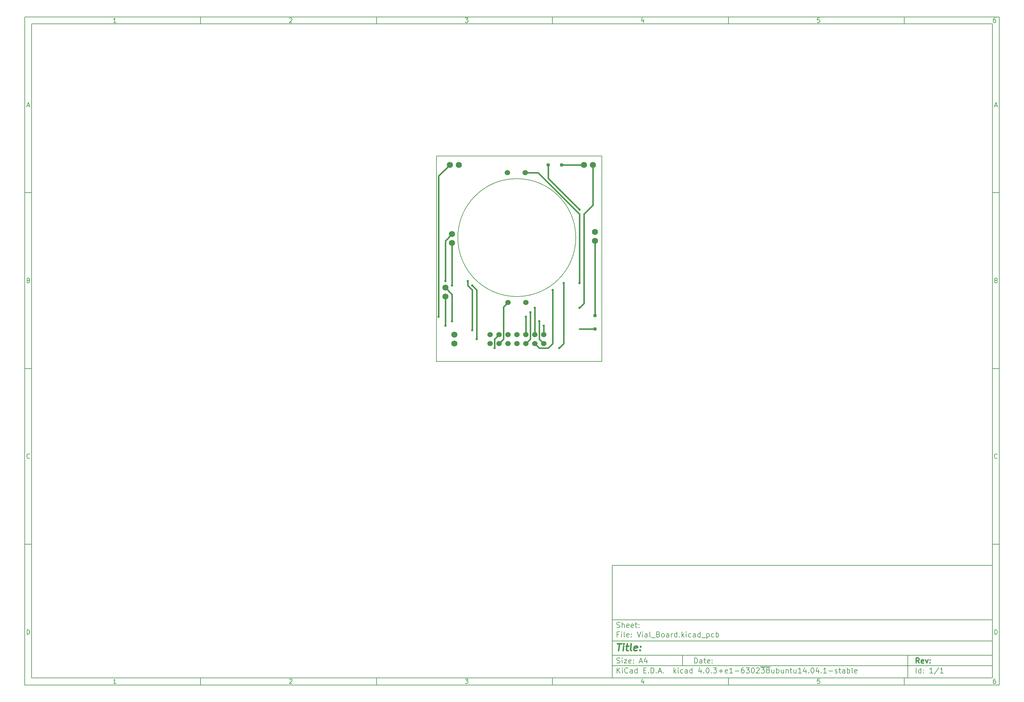
<source format=gbr>
G04 #@! TF.FileFunction,Copper,L1,Top,Signal*
%FSLAX46Y46*%
G04 Gerber Fmt 4.6, Leading zero omitted, Abs format (unit mm)*
G04 Created by KiCad (PCBNEW 4.0.3+e1-6302~38~ubuntu14.04.1-stable) date Fri Aug 19 15:50:11 2016*
%MOMM*%
%LPD*%
G01*
G04 APERTURE LIST*
%ADD10C,0.100000*%
%ADD11C,0.150000*%
%ADD12C,0.300000*%
%ADD13C,0.400000*%
%ADD14C,1.750000*%
%ADD15C,1.524000*%
%ADD16C,1.016000*%
%ADD17C,0.635000*%
%ADD18C,0.381000*%
%ADD19C,0.381000*%
G04 APERTURE END LIST*
D10*
D11*
X177002200Y-166007200D02*
X177002200Y-198007200D01*
X285002200Y-198007200D01*
X285002200Y-166007200D01*
X177002200Y-166007200D01*
D10*
D11*
X10000000Y-10000000D02*
X10000000Y-200007200D01*
X287002200Y-200007200D01*
X287002200Y-10000000D01*
X10000000Y-10000000D01*
D10*
D11*
X12000000Y-12000000D02*
X12000000Y-198007200D01*
X285002200Y-198007200D01*
X285002200Y-12000000D01*
X12000000Y-12000000D01*
D10*
D11*
X60000000Y-12000000D02*
X60000000Y-10000000D01*
D10*
D11*
X110000000Y-12000000D02*
X110000000Y-10000000D01*
D10*
D11*
X160000000Y-12000000D02*
X160000000Y-10000000D01*
D10*
D11*
X210000000Y-12000000D02*
X210000000Y-10000000D01*
D10*
D11*
X260000000Y-12000000D02*
X260000000Y-10000000D01*
D10*
D11*
X35990476Y-11588095D02*
X35247619Y-11588095D01*
X35619048Y-11588095D02*
X35619048Y-10288095D01*
X35495238Y-10473810D01*
X35371429Y-10597619D01*
X35247619Y-10659524D01*
D10*
D11*
X85247619Y-10411905D02*
X85309524Y-10350000D01*
X85433333Y-10288095D01*
X85742857Y-10288095D01*
X85866667Y-10350000D01*
X85928571Y-10411905D01*
X85990476Y-10535714D01*
X85990476Y-10659524D01*
X85928571Y-10845238D01*
X85185714Y-11588095D01*
X85990476Y-11588095D01*
D10*
D11*
X135185714Y-10288095D02*
X135990476Y-10288095D01*
X135557143Y-10783333D01*
X135742857Y-10783333D01*
X135866667Y-10845238D01*
X135928571Y-10907143D01*
X135990476Y-11030952D01*
X135990476Y-11340476D01*
X135928571Y-11464286D01*
X135866667Y-11526190D01*
X135742857Y-11588095D01*
X135371429Y-11588095D01*
X135247619Y-11526190D01*
X135185714Y-11464286D01*
D10*
D11*
X185866667Y-10721429D02*
X185866667Y-11588095D01*
X185557143Y-10226190D02*
X185247619Y-11154762D01*
X186052381Y-11154762D01*
D10*
D11*
X235928571Y-10288095D02*
X235309524Y-10288095D01*
X235247619Y-10907143D01*
X235309524Y-10845238D01*
X235433333Y-10783333D01*
X235742857Y-10783333D01*
X235866667Y-10845238D01*
X235928571Y-10907143D01*
X235990476Y-11030952D01*
X235990476Y-11340476D01*
X235928571Y-11464286D01*
X235866667Y-11526190D01*
X235742857Y-11588095D01*
X235433333Y-11588095D01*
X235309524Y-11526190D01*
X235247619Y-11464286D01*
D10*
D11*
X285866667Y-10288095D02*
X285619048Y-10288095D01*
X285495238Y-10350000D01*
X285433333Y-10411905D01*
X285309524Y-10597619D01*
X285247619Y-10845238D01*
X285247619Y-11340476D01*
X285309524Y-11464286D01*
X285371429Y-11526190D01*
X285495238Y-11588095D01*
X285742857Y-11588095D01*
X285866667Y-11526190D01*
X285928571Y-11464286D01*
X285990476Y-11340476D01*
X285990476Y-11030952D01*
X285928571Y-10907143D01*
X285866667Y-10845238D01*
X285742857Y-10783333D01*
X285495238Y-10783333D01*
X285371429Y-10845238D01*
X285309524Y-10907143D01*
X285247619Y-11030952D01*
D10*
D11*
X60000000Y-198007200D02*
X60000000Y-200007200D01*
D10*
D11*
X110000000Y-198007200D02*
X110000000Y-200007200D01*
D10*
D11*
X160000000Y-198007200D02*
X160000000Y-200007200D01*
D10*
D11*
X210000000Y-198007200D02*
X210000000Y-200007200D01*
D10*
D11*
X260000000Y-198007200D02*
X260000000Y-200007200D01*
D10*
D11*
X35990476Y-199595295D02*
X35247619Y-199595295D01*
X35619048Y-199595295D02*
X35619048Y-198295295D01*
X35495238Y-198481010D01*
X35371429Y-198604819D01*
X35247619Y-198666724D01*
D10*
D11*
X85247619Y-198419105D02*
X85309524Y-198357200D01*
X85433333Y-198295295D01*
X85742857Y-198295295D01*
X85866667Y-198357200D01*
X85928571Y-198419105D01*
X85990476Y-198542914D01*
X85990476Y-198666724D01*
X85928571Y-198852438D01*
X85185714Y-199595295D01*
X85990476Y-199595295D01*
D10*
D11*
X135185714Y-198295295D02*
X135990476Y-198295295D01*
X135557143Y-198790533D01*
X135742857Y-198790533D01*
X135866667Y-198852438D01*
X135928571Y-198914343D01*
X135990476Y-199038152D01*
X135990476Y-199347676D01*
X135928571Y-199471486D01*
X135866667Y-199533390D01*
X135742857Y-199595295D01*
X135371429Y-199595295D01*
X135247619Y-199533390D01*
X135185714Y-199471486D01*
D10*
D11*
X185866667Y-198728629D02*
X185866667Y-199595295D01*
X185557143Y-198233390D02*
X185247619Y-199161962D01*
X186052381Y-199161962D01*
D10*
D11*
X235928571Y-198295295D02*
X235309524Y-198295295D01*
X235247619Y-198914343D01*
X235309524Y-198852438D01*
X235433333Y-198790533D01*
X235742857Y-198790533D01*
X235866667Y-198852438D01*
X235928571Y-198914343D01*
X235990476Y-199038152D01*
X235990476Y-199347676D01*
X235928571Y-199471486D01*
X235866667Y-199533390D01*
X235742857Y-199595295D01*
X235433333Y-199595295D01*
X235309524Y-199533390D01*
X235247619Y-199471486D01*
D10*
D11*
X285866667Y-198295295D02*
X285619048Y-198295295D01*
X285495238Y-198357200D01*
X285433333Y-198419105D01*
X285309524Y-198604819D01*
X285247619Y-198852438D01*
X285247619Y-199347676D01*
X285309524Y-199471486D01*
X285371429Y-199533390D01*
X285495238Y-199595295D01*
X285742857Y-199595295D01*
X285866667Y-199533390D01*
X285928571Y-199471486D01*
X285990476Y-199347676D01*
X285990476Y-199038152D01*
X285928571Y-198914343D01*
X285866667Y-198852438D01*
X285742857Y-198790533D01*
X285495238Y-198790533D01*
X285371429Y-198852438D01*
X285309524Y-198914343D01*
X285247619Y-199038152D01*
D10*
D11*
X10000000Y-60000000D02*
X12000000Y-60000000D01*
D10*
D11*
X10000000Y-110000000D02*
X12000000Y-110000000D01*
D10*
D11*
X10000000Y-160000000D02*
X12000000Y-160000000D01*
D10*
D11*
X10690476Y-35216667D02*
X11309524Y-35216667D01*
X10566667Y-35588095D02*
X11000000Y-34288095D01*
X11433333Y-35588095D01*
D10*
D11*
X11092857Y-84907143D02*
X11278571Y-84969048D01*
X11340476Y-85030952D01*
X11402381Y-85154762D01*
X11402381Y-85340476D01*
X11340476Y-85464286D01*
X11278571Y-85526190D01*
X11154762Y-85588095D01*
X10659524Y-85588095D01*
X10659524Y-84288095D01*
X11092857Y-84288095D01*
X11216667Y-84350000D01*
X11278571Y-84411905D01*
X11340476Y-84535714D01*
X11340476Y-84659524D01*
X11278571Y-84783333D01*
X11216667Y-84845238D01*
X11092857Y-84907143D01*
X10659524Y-84907143D01*
D10*
D11*
X11402381Y-135464286D02*
X11340476Y-135526190D01*
X11154762Y-135588095D01*
X11030952Y-135588095D01*
X10845238Y-135526190D01*
X10721429Y-135402381D01*
X10659524Y-135278571D01*
X10597619Y-135030952D01*
X10597619Y-134845238D01*
X10659524Y-134597619D01*
X10721429Y-134473810D01*
X10845238Y-134350000D01*
X11030952Y-134288095D01*
X11154762Y-134288095D01*
X11340476Y-134350000D01*
X11402381Y-134411905D01*
D10*
D11*
X10659524Y-185588095D02*
X10659524Y-184288095D01*
X10969048Y-184288095D01*
X11154762Y-184350000D01*
X11278571Y-184473810D01*
X11340476Y-184597619D01*
X11402381Y-184845238D01*
X11402381Y-185030952D01*
X11340476Y-185278571D01*
X11278571Y-185402381D01*
X11154762Y-185526190D01*
X10969048Y-185588095D01*
X10659524Y-185588095D01*
D10*
D11*
X287002200Y-60000000D02*
X285002200Y-60000000D01*
D10*
D11*
X287002200Y-110000000D02*
X285002200Y-110000000D01*
D10*
D11*
X287002200Y-160000000D02*
X285002200Y-160000000D01*
D10*
D11*
X285692676Y-35216667D02*
X286311724Y-35216667D01*
X285568867Y-35588095D02*
X286002200Y-34288095D01*
X286435533Y-35588095D01*
D10*
D11*
X286095057Y-84907143D02*
X286280771Y-84969048D01*
X286342676Y-85030952D01*
X286404581Y-85154762D01*
X286404581Y-85340476D01*
X286342676Y-85464286D01*
X286280771Y-85526190D01*
X286156962Y-85588095D01*
X285661724Y-85588095D01*
X285661724Y-84288095D01*
X286095057Y-84288095D01*
X286218867Y-84350000D01*
X286280771Y-84411905D01*
X286342676Y-84535714D01*
X286342676Y-84659524D01*
X286280771Y-84783333D01*
X286218867Y-84845238D01*
X286095057Y-84907143D01*
X285661724Y-84907143D01*
D10*
D11*
X286404581Y-135464286D02*
X286342676Y-135526190D01*
X286156962Y-135588095D01*
X286033152Y-135588095D01*
X285847438Y-135526190D01*
X285723629Y-135402381D01*
X285661724Y-135278571D01*
X285599819Y-135030952D01*
X285599819Y-134845238D01*
X285661724Y-134597619D01*
X285723629Y-134473810D01*
X285847438Y-134350000D01*
X286033152Y-134288095D01*
X286156962Y-134288095D01*
X286342676Y-134350000D01*
X286404581Y-134411905D01*
D10*
D11*
X285661724Y-185588095D02*
X285661724Y-184288095D01*
X285971248Y-184288095D01*
X286156962Y-184350000D01*
X286280771Y-184473810D01*
X286342676Y-184597619D01*
X286404581Y-184845238D01*
X286404581Y-185030952D01*
X286342676Y-185278571D01*
X286280771Y-185402381D01*
X286156962Y-185526190D01*
X285971248Y-185588095D01*
X285661724Y-185588095D01*
D10*
D11*
X200359343Y-193785771D02*
X200359343Y-192285771D01*
X200716486Y-192285771D01*
X200930771Y-192357200D01*
X201073629Y-192500057D01*
X201145057Y-192642914D01*
X201216486Y-192928629D01*
X201216486Y-193142914D01*
X201145057Y-193428629D01*
X201073629Y-193571486D01*
X200930771Y-193714343D01*
X200716486Y-193785771D01*
X200359343Y-193785771D01*
X202502200Y-193785771D02*
X202502200Y-193000057D01*
X202430771Y-192857200D01*
X202287914Y-192785771D01*
X202002200Y-192785771D01*
X201859343Y-192857200D01*
X202502200Y-193714343D02*
X202359343Y-193785771D01*
X202002200Y-193785771D01*
X201859343Y-193714343D01*
X201787914Y-193571486D01*
X201787914Y-193428629D01*
X201859343Y-193285771D01*
X202002200Y-193214343D01*
X202359343Y-193214343D01*
X202502200Y-193142914D01*
X203002200Y-192785771D02*
X203573629Y-192785771D01*
X203216486Y-192285771D02*
X203216486Y-193571486D01*
X203287914Y-193714343D01*
X203430772Y-193785771D01*
X203573629Y-193785771D01*
X204645057Y-193714343D02*
X204502200Y-193785771D01*
X204216486Y-193785771D01*
X204073629Y-193714343D01*
X204002200Y-193571486D01*
X204002200Y-193000057D01*
X204073629Y-192857200D01*
X204216486Y-192785771D01*
X204502200Y-192785771D01*
X204645057Y-192857200D01*
X204716486Y-193000057D01*
X204716486Y-193142914D01*
X204002200Y-193285771D01*
X205359343Y-193642914D02*
X205430771Y-193714343D01*
X205359343Y-193785771D01*
X205287914Y-193714343D01*
X205359343Y-193642914D01*
X205359343Y-193785771D01*
X205359343Y-192857200D02*
X205430771Y-192928629D01*
X205359343Y-193000057D01*
X205287914Y-192928629D01*
X205359343Y-192857200D01*
X205359343Y-193000057D01*
D10*
D11*
X177002200Y-194507200D02*
X285002200Y-194507200D01*
D10*
D11*
X178359343Y-196585771D02*
X178359343Y-195085771D01*
X179216486Y-196585771D02*
X178573629Y-195728629D01*
X179216486Y-195085771D02*
X178359343Y-195942914D01*
X179859343Y-196585771D02*
X179859343Y-195585771D01*
X179859343Y-195085771D02*
X179787914Y-195157200D01*
X179859343Y-195228629D01*
X179930771Y-195157200D01*
X179859343Y-195085771D01*
X179859343Y-195228629D01*
X181430772Y-196442914D02*
X181359343Y-196514343D01*
X181145057Y-196585771D01*
X181002200Y-196585771D01*
X180787915Y-196514343D01*
X180645057Y-196371486D01*
X180573629Y-196228629D01*
X180502200Y-195942914D01*
X180502200Y-195728629D01*
X180573629Y-195442914D01*
X180645057Y-195300057D01*
X180787915Y-195157200D01*
X181002200Y-195085771D01*
X181145057Y-195085771D01*
X181359343Y-195157200D01*
X181430772Y-195228629D01*
X182716486Y-196585771D02*
X182716486Y-195800057D01*
X182645057Y-195657200D01*
X182502200Y-195585771D01*
X182216486Y-195585771D01*
X182073629Y-195657200D01*
X182716486Y-196514343D02*
X182573629Y-196585771D01*
X182216486Y-196585771D01*
X182073629Y-196514343D01*
X182002200Y-196371486D01*
X182002200Y-196228629D01*
X182073629Y-196085771D01*
X182216486Y-196014343D01*
X182573629Y-196014343D01*
X182716486Y-195942914D01*
X184073629Y-196585771D02*
X184073629Y-195085771D01*
X184073629Y-196514343D02*
X183930772Y-196585771D01*
X183645058Y-196585771D01*
X183502200Y-196514343D01*
X183430772Y-196442914D01*
X183359343Y-196300057D01*
X183359343Y-195871486D01*
X183430772Y-195728629D01*
X183502200Y-195657200D01*
X183645058Y-195585771D01*
X183930772Y-195585771D01*
X184073629Y-195657200D01*
X185930772Y-195800057D02*
X186430772Y-195800057D01*
X186645058Y-196585771D02*
X185930772Y-196585771D01*
X185930772Y-195085771D01*
X186645058Y-195085771D01*
X187287915Y-196442914D02*
X187359343Y-196514343D01*
X187287915Y-196585771D01*
X187216486Y-196514343D01*
X187287915Y-196442914D01*
X187287915Y-196585771D01*
X188002201Y-196585771D02*
X188002201Y-195085771D01*
X188359344Y-195085771D01*
X188573629Y-195157200D01*
X188716487Y-195300057D01*
X188787915Y-195442914D01*
X188859344Y-195728629D01*
X188859344Y-195942914D01*
X188787915Y-196228629D01*
X188716487Y-196371486D01*
X188573629Y-196514343D01*
X188359344Y-196585771D01*
X188002201Y-196585771D01*
X189502201Y-196442914D02*
X189573629Y-196514343D01*
X189502201Y-196585771D01*
X189430772Y-196514343D01*
X189502201Y-196442914D01*
X189502201Y-196585771D01*
X190145058Y-196157200D02*
X190859344Y-196157200D01*
X190002201Y-196585771D02*
X190502201Y-195085771D01*
X191002201Y-196585771D01*
X191502201Y-196442914D02*
X191573629Y-196514343D01*
X191502201Y-196585771D01*
X191430772Y-196514343D01*
X191502201Y-196442914D01*
X191502201Y-196585771D01*
X194502201Y-196585771D02*
X194502201Y-195085771D01*
X194645058Y-196014343D02*
X195073629Y-196585771D01*
X195073629Y-195585771D02*
X194502201Y-196157200D01*
X195716487Y-196585771D02*
X195716487Y-195585771D01*
X195716487Y-195085771D02*
X195645058Y-195157200D01*
X195716487Y-195228629D01*
X195787915Y-195157200D01*
X195716487Y-195085771D01*
X195716487Y-195228629D01*
X197073630Y-196514343D02*
X196930773Y-196585771D01*
X196645059Y-196585771D01*
X196502201Y-196514343D01*
X196430773Y-196442914D01*
X196359344Y-196300057D01*
X196359344Y-195871486D01*
X196430773Y-195728629D01*
X196502201Y-195657200D01*
X196645059Y-195585771D01*
X196930773Y-195585771D01*
X197073630Y-195657200D01*
X198359344Y-196585771D02*
X198359344Y-195800057D01*
X198287915Y-195657200D01*
X198145058Y-195585771D01*
X197859344Y-195585771D01*
X197716487Y-195657200D01*
X198359344Y-196514343D02*
X198216487Y-196585771D01*
X197859344Y-196585771D01*
X197716487Y-196514343D01*
X197645058Y-196371486D01*
X197645058Y-196228629D01*
X197716487Y-196085771D01*
X197859344Y-196014343D01*
X198216487Y-196014343D01*
X198359344Y-195942914D01*
X199716487Y-196585771D02*
X199716487Y-195085771D01*
X199716487Y-196514343D02*
X199573630Y-196585771D01*
X199287916Y-196585771D01*
X199145058Y-196514343D01*
X199073630Y-196442914D01*
X199002201Y-196300057D01*
X199002201Y-195871486D01*
X199073630Y-195728629D01*
X199145058Y-195657200D01*
X199287916Y-195585771D01*
X199573630Y-195585771D01*
X199716487Y-195657200D01*
X202216487Y-195585771D02*
X202216487Y-196585771D01*
X201859344Y-195014343D02*
X201502201Y-196085771D01*
X202430773Y-196085771D01*
X203002201Y-196442914D02*
X203073629Y-196514343D01*
X203002201Y-196585771D01*
X202930772Y-196514343D01*
X203002201Y-196442914D01*
X203002201Y-196585771D01*
X204002201Y-195085771D02*
X204145058Y-195085771D01*
X204287915Y-195157200D01*
X204359344Y-195228629D01*
X204430773Y-195371486D01*
X204502201Y-195657200D01*
X204502201Y-196014343D01*
X204430773Y-196300057D01*
X204359344Y-196442914D01*
X204287915Y-196514343D01*
X204145058Y-196585771D01*
X204002201Y-196585771D01*
X203859344Y-196514343D01*
X203787915Y-196442914D01*
X203716487Y-196300057D01*
X203645058Y-196014343D01*
X203645058Y-195657200D01*
X203716487Y-195371486D01*
X203787915Y-195228629D01*
X203859344Y-195157200D01*
X204002201Y-195085771D01*
X205145058Y-196442914D02*
X205216486Y-196514343D01*
X205145058Y-196585771D01*
X205073629Y-196514343D01*
X205145058Y-196442914D01*
X205145058Y-196585771D01*
X205716487Y-195085771D02*
X206645058Y-195085771D01*
X206145058Y-195657200D01*
X206359344Y-195657200D01*
X206502201Y-195728629D01*
X206573630Y-195800057D01*
X206645058Y-195942914D01*
X206645058Y-196300057D01*
X206573630Y-196442914D01*
X206502201Y-196514343D01*
X206359344Y-196585771D01*
X205930772Y-196585771D01*
X205787915Y-196514343D01*
X205716487Y-196442914D01*
X207287915Y-196014343D02*
X208430772Y-196014343D01*
X207859343Y-196585771D02*
X207859343Y-195442914D01*
X209716486Y-196514343D02*
X209573629Y-196585771D01*
X209287915Y-196585771D01*
X209145058Y-196514343D01*
X209073629Y-196371486D01*
X209073629Y-195800057D01*
X209145058Y-195657200D01*
X209287915Y-195585771D01*
X209573629Y-195585771D01*
X209716486Y-195657200D01*
X209787915Y-195800057D01*
X209787915Y-195942914D01*
X209073629Y-196085771D01*
X211216486Y-196585771D02*
X210359343Y-196585771D01*
X210787915Y-196585771D02*
X210787915Y-195085771D01*
X210645058Y-195300057D01*
X210502200Y-195442914D01*
X210359343Y-195514343D01*
X211859343Y-196014343D02*
X213002200Y-196014343D01*
X214359343Y-195085771D02*
X214073629Y-195085771D01*
X213930772Y-195157200D01*
X213859343Y-195228629D01*
X213716486Y-195442914D01*
X213645057Y-195728629D01*
X213645057Y-196300057D01*
X213716486Y-196442914D01*
X213787914Y-196514343D01*
X213930772Y-196585771D01*
X214216486Y-196585771D01*
X214359343Y-196514343D01*
X214430772Y-196442914D01*
X214502200Y-196300057D01*
X214502200Y-195942914D01*
X214430772Y-195800057D01*
X214359343Y-195728629D01*
X214216486Y-195657200D01*
X213930772Y-195657200D01*
X213787914Y-195728629D01*
X213716486Y-195800057D01*
X213645057Y-195942914D01*
X215002200Y-195085771D02*
X215930771Y-195085771D01*
X215430771Y-195657200D01*
X215645057Y-195657200D01*
X215787914Y-195728629D01*
X215859343Y-195800057D01*
X215930771Y-195942914D01*
X215930771Y-196300057D01*
X215859343Y-196442914D01*
X215787914Y-196514343D01*
X215645057Y-196585771D01*
X215216485Y-196585771D01*
X215073628Y-196514343D01*
X215002200Y-196442914D01*
X216859342Y-195085771D02*
X217002199Y-195085771D01*
X217145056Y-195157200D01*
X217216485Y-195228629D01*
X217287914Y-195371486D01*
X217359342Y-195657200D01*
X217359342Y-196014343D01*
X217287914Y-196300057D01*
X217216485Y-196442914D01*
X217145056Y-196514343D01*
X217002199Y-196585771D01*
X216859342Y-196585771D01*
X216716485Y-196514343D01*
X216645056Y-196442914D01*
X216573628Y-196300057D01*
X216502199Y-196014343D01*
X216502199Y-195657200D01*
X216573628Y-195371486D01*
X216645056Y-195228629D01*
X216716485Y-195157200D01*
X216859342Y-195085771D01*
X217930770Y-195228629D02*
X218002199Y-195157200D01*
X218145056Y-195085771D01*
X218502199Y-195085771D01*
X218645056Y-195157200D01*
X218716485Y-195228629D01*
X218787913Y-195371486D01*
X218787913Y-195514343D01*
X218716485Y-195728629D01*
X217859342Y-196585771D01*
X218787913Y-196585771D01*
X219287913Y-195085771D02*
X220216484Y-195085771D01*
X219716484Y-195657200D01*
X219930770Y-195657200D01*
X220073627Y-195728629D01*
X220145056Y-195800057D01*
X220216484Y-195942914D01*
X220216484Y-196300057D01*
X220145056Y-196442914D01*
X220073627Y-196514343D01*
X219930770Y-196585771D01*
X219502198Y-196585771D01*
X219359341Y-196514343D01*
X219287913Y-196442914D01*
X221073627Y-195728629D02*
X220930769Y-195657200D01*
X220859341Y-195585771D01*
X220787912Y-195442914D01*
X220787912Y-195371486D01*
X220859341Y-195228629D01*
X220930769Y-195157200D01*
X221073627Y-195085771D01*
X221359341Y-195085771D01*
X221502198Y-195157200D01*
X221573627Y-195228629D01*
X221645055Y-195371486D01*
X221645055Y-195442914D01*
X221573627Y-195585771D01*
X221502198Y-195657200D01*
X221359341Y-195728629D01*
X221073627Y-195728629D01*
X220930769Y-195800057D01*
X220859341Y-195871486D01*
X220787912Y-196014343D01*
X220787912Y-196300057D01*
X220859341Y-196442914D01*
X220930769Y-196514343D01*
X221073627Y-196585771D01*
X221359341Y-196585771D01*
X221502198Y-196514343D01*
X221573627Y-196442914D01*
X221645055Y-196300057D01*
X221645055Y-196014343D01*
X221573627Y-195871486D01*
X221502198Y-195800057D01*
X221359341Y-195728629D01*
X219073627Y-194827200D02*
X221930769Y-194827200D01*
X222930769Y-195585771D02*
X222930769Y-196585771D01*
X222287912Y-195585771D02*
X222287912Y-196371486D01*
X222359340Y-196514343D01*
X222502198Y-196585771D01*
X222716483Y-196585771D01*
X222859340Y-196514343D01*
X222930769Y-196442914D01*
X223645055Y-196585771D02*
X223645055Y-195085771D01*
X223645055Y-195657200D02*
X223787912Y-195585771D01*
X224073626Y-195585771D01*
X224216483Y-195657200D01*
X224287912Y-195728629D01*
X224359341Y-195871486D01*
X224359341Y-196300057D01*
X224287912Y-196442914D01*
X224216483Y-196514343D01*
X224073626Y-196585771D01*
X223787912Y-196585771D01*
X223645055Y-196514343D01*
X225645055Y-195585771D02*
X225645055Y-196585771D01*
X225002198Y-195585771D02*
X225002198Y-196371486D01*
X225073626Y-196514343D01*
X225216484Y-196585771D01*
X225430769Y-196585771D01*
X225573626Y-196514343D01*
X225645055Y-196442914D01*
X226359341Y-195585771D02*
X226359341Y-196585771D01*
X226359341Y-195728629D02*
X226430769Y-195657200D01*
X226573627Y-195585771D01*
X226787912Y-195585771D01*
X226930769Y-195657200D01*
X227002198Y-195800057D01*
X227002198Y-196585771D01*
X227502198Y-195585771D02*
X228073627Y-195585771D01*
X227716484Y-195085771D02*
X227716484Y-196371486D01*
X227787912Y-196514343D01*
X227930770Y-196585771D01*
X228073627Y-196585771D01*
X229216484Y-195585771D02*
X229216484Y-196585771D01*
X228573627Y-195585771D02*
X228573627Y-196371486D01*
X228645055Y-196514343D01*
X228787913Y-196585771D01*
X229002198Y-196585771D01*
X229145055Y-196514343D01*
X229216484Y-196442914D01*
X230716484Y-196585771D02*
X229859341Y-196585771D01*
X230287913Y-196585771D02*
X230287913Y-195085771D01*
X230145056Y-195300057D01*
X230002198Y-195442914D01*
X229859341Y-195514343D01*
X232002198Y-195585771D02*
X232002198Y-196585771D01*
X231645055Y-195014343D02*
X231287912Y-196085771D01*
X232216484Y-196085771D01*
X232787912Y-196442914D02*
X232859340Y-196514343D01*
X232787912Y-196585771D01*
X232716483Y-196514343D01*
X232787912Y-196442914D01*
X232787912Y-196585771D01*
X233787912Y-195085771D02*
X233930769Y-195085771D01*
X234073626Y-195157200D01*
X234145055Y-195228629D01*
X234216484Y-195371486D01*
X234287912Y-195657200D01*
X234287912Y-196014343D01*
X234216484Y-196300057D01*
X234145055Y-196442914D01*
X234073626Y-196514343D01*
X233930769Y-196585771D01*
X233787912Y-196585771D01*
X233645055Y-196514343D01*
X233573626Y-196442914D01*
X233502198Y-196300057D01*
X233430769Y-196014343D01*
X233430769Y-195657200D01*
X233502198Y-195371486D01*
X233573626Y-195228629D01*
X233645055Y-195157200D01*
X233787912Y-195085771D01*
X235573626Y-195585771D02*
X235573626Y-196585771D01*
X235216483Y-195014343D02*
X234859340Y-196085771D01*
X235787912Y-196085771D01*
X236359340Y-196442914D02*
X236430768Y-196514343D01*
X236359340Y-196585771D01*
X236287911Y-196514343D01*
X236359340Y-196442914D01*
X236359340Y-196585771D01*
X237859340Y-196585771D02*
X237002197Y-196585771D01*
X237430769Y-196585771D02*
X237430769Y-195085771D01*
X237287912Y-195300057D01*
X237145054Y-195442914D01*
X237002197Y-195514343D01*
X238502197Y-196014343D02*
X239645054Y-196014343D01*
X240287911Y-196514343D02*
X240430768Y-196585771D01*
X240716483Y-196585771D01*
X240859340Y-196514343D01*
X240930768Y-196371486D01*
X240930768Y-196300057D01*
X240859340Y-196157200D01*
X240716483Y-196085771D01*
X240502197Y-196085771D01*
X240359340Y-196014343D01*
X240287911Y-195871486D01*
X240287911Y-195800057D01*
X240359340Y-195657200D01*
X240502197Y-195585771D01*
X240716483Y-195585771D01*
X240859340Y-195657200D01*
X241359340Y-195585771D02*
X241930769Y-195585771D01*
X241573626Y-195085771D02*
X241573626Y-196371486D01*
X241645054Y-196514343D01*
X241787912Y-196585771D01*
X241930769Y-196585771D01*
X243073626Y-196585771D02*
X243073626Y-195800057D01*
X243002197Y-195657200D01*
X242859340Y-195585771D01*
X242573626Y-195585771D01*
X242430769Y-195657200D01*
X243073626Y-196514343D02*
X242930769Y-196585771D01*
X242573626Y-196585771D01*
X242430769Y-196514343D01*
X242359340Y-196371486D01*
X242359340Y-196228629D01*
X242430769Y-196085771D01*
X242573626Y-196014343D01*
X242930769Y-196014343D01*
X243073626Y-195942914D01*
X243787912Y-196585771D02*
X243787912Y-195085771D01*
X243787912Y-195657200D02*
X243930769Y-195585771D01*
X244216483Y-195585771D01*
X244359340Y-195657200D01*
X244430769Y-195728629D01*
X244502198Y-195871486D01*
X244502198Y-196300057D01*
X244430769Y-196442914D01*
X244359340Y-196514343D01*
X244216483Y-196585771D01*
X243930769Y-196585771D01*
X243787912Y-196514343D01*
X245359341Y-196585771D02*
X245216483Y-196514343D01*
X245145055Y-196371486D01*
X245145055Y-195085771D01*
X246502197Y-196514343D02*
X246359340Y-196585771D01*
X246073626Y-196585771D01*
X245930769Y-196514343D01*
X245859340Y-196371486D01*
X245859340Y-195800057D01*
X245930769Y-195657200D01*
X246073626Y-195585771D01*
X246359340Y-195585771D01*
X246502197Y-195657200D01*
X246573626Y-195800057D01*
X246573626Y-195942914D01*
X245859340Y-196085771D01*
D10*
D11*
X177002200Y-191507200D02*
X285002200Y-191507200D01*
D10*
D12*
X264216486Y-193785771D02*
X263716486Y-193071486D01*
X263359343Y-193785771D02*
X263359343Y-192285771D01*
X263930771Y-192285771D01*
X264073629Y-192357200D01*
X264145057Y-192428629D01*
X264216486Y-192571486D01*
X264216486Y-192785771D01*
X264145057Y-192928629D01*
X264073629Y-193000057D01*
X263930771Y-193071486D01*
X263359343Y-193071486D01*
X265430771Y-193714343D02*
X265287914Y-193785771D01*
X265002200Y-193785771D01*
X264859343Y-193714343D01*
X264787914Y-193571486D01*
X264787914Y-193000057D01*
X264859343Y-192857200D01*
X265002200Y-192785771D01*
X265287914Y-192785771D01*
X265430771Y-192857200D01*
X265502200Y-193000057D01*
X265502200Y-193142914D01*
X264787914Y-193285771D01*
X266002200Y-192785771D02*
X266359343Y-193785771D01*
X266716485Y-192785771D01*
X267287914Y-193642914D02*
X267359342Y-193714343D01*
X267287914Y-193785771D01*
X267216485Y-193714343D01*
X267287914Y-193642914D01*
X267287914Y-193785771D01*
X267287914Y-192857200D02*
X267359342Y-192928629D01*
X267287914Y-193000057D01*
X267216485Y-192928629D01*
X267287914Y-192857200D01*
X267287914Y-193000057D01*
D10*
D11*
X178287914Y-193714343D02*
X178502200Y-193785771D01*
X178859343Y-193785771D01*
X179002200Y-193714343D01*
X179073629Y-193642914D01*
X179145057Y-193500057D01*
X179145057Y-193357200D01*
X179073629Y-193214343D01*
X179002200Y-193142914D01*
X178859343Y-193071486D01*
X178573629Y-193000057D01*
X178430771Y-192928629D01*
X178359343Y-192857200D01*
X178287914Y-192714343D01*
X178287914Y-192571486D01*
X178359343Y-192428629D01*
X178430771Y-192357200D01*
X178573629Y-192285771D01*
X178930771Y-192285771D01*
X179145057Y-192357200D01*
X179787914Y-193785771D02*
X179787914Y-192785771D01*
X179787914Y-192285771D02*
X179716485Y-192357200D01*
X179787914Y-192428629D01*
X179859342Y-192357200D01*
X179787914Y-192285771D01*
X179787914Y-192428629D01*
X180359343Y-192785771D02*
X181145057Y-192785771D01*
X180359343Y-193785771D01*
X181145057Y-193785771D01*
X182287914Y-193714343D02*
X182145057Y-193785771D01*
X181859343Y-193785771D01*
X181716486Y-193714343D01*
X181645057Y-193571486D01*
X181645057Y-193000057D01*
X181716486Y-192857200D01*
X181859343Y-192785771D01*
X182145057Y-192785771D01*
X182287914Y-192857200D01*
X182359343Y-193000057D01*
X182359343Y-193142914D01*
X181645057Y-193285771D01*
X183002200Y-193642914D02*
X183073628Y-193714343D01*
X183002200Y-193785771D01*
X182930771Y-193714343D01*
X183002200Y-193642914D01*
X183002200Y-193785771D01*
X183002200Y-192857200D02*
X183073628Y-192928629D01*
X183002200Y-193000057D01*
X182930771Y-192928629D01*
X183002200Y-192857200D01*
X183002200Y-193000057D01*
X184787914Y-193357200D02*
X185502200Y-193357200D01*
X184645057Y-193785771D02*
X185145057Y-192285771D01*
X185645057Y-193785771D01*
X186787914Y-192785771D02*
X186787914Y-193785771D01*
X186430771Y-192214343D02*
X186073628Y-193285771D01*
X187002200Y-193285771D01*
D10*
D11*
X263359343Y-196585771D02*
X263359343Y-195085771D01*
X264716486Y-196585771D02*
X264716486Y-195085771D01*
X264716486Y-196514343D02*
X264573629Y-196585771D01*
X264287915Y-196585771D01*
X264145057Y-196514343D01*
X264073629Y-196442914D01*
X264002200Y-196300057D01*
X264002200Y-195871486D01*
X264073629Y-195728629D01*
X264145057Y-195657200D01*
X264287915Y-195585771D01*
X264573629Y-195585771D01*
X264716486Y-195657200D01*
X265430772Y-196442914D02*
X265502200Y-196514343D01*
X265430772Y-196585771D01*
X265359343Y-196514343D01*
X265430772Y-196442914D01*
X265430772Y-196585771D01*
X265430772Y-195657200D02*
X265502200Y-195728629D01*
X265430772Y-195800057D01*
X265359343Y-195728629D01*
X265430772Y-195657200D01*
X265430772Y-195800057D01*
X268073629Y-196585771D02*
X267216486Y-196585771D01*
X267645058Y-196585771D02*
X267645058Y-195085771D01*
X267502201Y-195300057D01*
X267359343Y-195442914D01*
X267216486Y-195514343D01*
X269787914Y-195014343D02*
X268502200Y-196942914D01*
X271073629Y-196585771D02*
X270216486Y-196585771D01*
X270645058Y-196585771D02*
X270645058Y-195085771D01*
X270502201Y-195300057D01*
X270359343Y-195442914D01*
X270216486Y-195514343D01*
D10*
D11*
X177002200Y-187507200D02*
X285002200Y-187507200D01*
D10*
D13*
X178454581Y-188211962D02*
X179597438Y-188211962D01*
X178776010Y-190211962D02*
X179026010Y-188211962D01*
X180014105Y-190211962D02*
X180180771Y-188878629D01*
X180264105Y-188211962D02*
X180156962Y-188307200D01*
X180240295Y-188402438D01*
X180347439Y-188307200D01*
X180264105Y-188211962D01*
X180240295Y-188402438D01*
X180847438Y-188878629D02*
X181609343Y-188878629D01*
X181216486Y-188211962D02*
X181002200Y-189926248D01*
X181073630Y-190116724D01*
X181252201Y-190211962D01*
X181442677Y-190211962D01*
X182395058Y-190211962D02*
X182216487Y-190116724D01*
X182145057Y-189926248D01*
X182359343Y-188211962D01*
X183930772Y-190116724D02*
X183728391Y-190211962D01*
X183347439Y-190211962D01*
X183168867Y-190116724D01*
X183097438Y-189926248D01*
X183192676Y-189164343D01*
X183311724Y-188973867D01*
X183514105Y-188878629D01*
X183895057Y-188878629D01*
X184073629Y-188973867D01*
X184145057Y-189164343D01*
X184121248Y-189354819D01*
X183145057Y-189545295D01*
X184895057Y-190021486D02*
X184978392Y-190116724D01*
X184871248Y-190211962D01*
X184787915Y-190116724D01*
X184895057Y-190021486D01*
X184871248Y-190211962D01*
X185026010Y-188973867D02*
X185109344Y-189069105D01*
X185002200Y-189164343D01*
X184918867Y-189069105D01*
X185026010Y-188973867D01*
X185002200Y-189164343D01*
D10*
D11*
X178859343Y-185600057D02*
X178359343Y-185600057D01*
X178359343Y-186385771D02*
X178359343Y-184885771D01*
X179073629Y-184885771D01*
X179645057Y-186385771D02*
X179645057Y-185385771D01*
X179645057Y-184885771D02*
X179573628Y-184957200D01*
X179645057Y-185028629D01*
X179716485Y-184957200D01*
X179645057Y-184885771D01*
X179645057Y-185028629D01*
X180573629Y-186385771D02*
X180430771Y-186314343D01*
X180359343Y-186171486D01*
X180359343Y-184885771D01*
X181716485Y-186314343D02*
X181573628Y-186385771D01*
X181287914Y-186385771D01*
X181145057Y-186314343D01*
X181073628Y-186171486D01*
X181073628Y-185600057D01*
X181145057Y-185457200D01*
X181287914Y-185385771D01*
X181573628Y-185385771D01*
X181716485Y-185457200D01*
X181787914Y-185600057D01*
X181787914Y-185742914D01*
X181073628Y-185885771D01*
X182430771Y-186242914D02*
X182502199Y-186314343D01*
X182430771Y-186385771D01*
X182359342Y-186314343D01*
X182430771Y-186242914D01*
X182430771Y-186385771D01*
X182430771Y-185457200D02*
X182502199Y-185528629D01*
X182430771Y-185600057D01*
X182359342Y-185528629D01*
X182430771Y-185457200D01*
X182430771Y-185600057D01*
X184073628Y-184885771D02*
X184573628Y-186385771D01*
X185073628Y-184885771D01*
X185573628Y-186385771D02*
X185573628Y-185385771D01*
X185573628Y-184885771D02*
X185502199Y-184957200D01*
X185573628Y-185028629D01*
X185645056Y-184957200D01*
X185573628Y-184885771D01*
X185573628Y-185028629D01*
X186930771Y-186385771D02*
X186930771Y-185600057D01*
X186859342Y-185457200D01*
X186716485Y-185385771D01*
X186430771Y-185385771D01*
X186287914Y-185457200D01*
X186930771Y-186314343D02*
X186787914Y-186385771D01*
X186430771Y-186385771D01*
X186287914Y-186314343D01*
X186216485Y-186171486D01*
X186216485Y-186028629D01*
X186287914Y-185885771D01*
X186430771Y-185814343D01*
X186787914Y-185814343D01*
X186930771Y-185742914D01*
X187859343Y-186385771D02*
X187716485Y-186314343D01*
X187645057Y-186171486D01*
X187645057Y-184885771D01*
X188073628Y-186528629D02*
X189216485Y-186528629D01*
X190073628Y-185600057D02*
X190287914Y-185671486D01*
X190359342Y-185742914D01*
X190430771Y-185885771D01*
X190430771Y-186100057D01*
X190359342Y-186242914D01*
X190287914Y-186314343D01*
X190145056Y-186385771D01*
X189573628Y-186385771D01*
X189573628Y-184885771D01*
X190073628Y-184885771D01*
X190216485Y-184957200D01*
X190287914Y-185028629D01*
X190359342Y-185171486D01*
X190359342Y-185314343D01*
X190287914Y-185457200D01*
X190216485Y-185528629D01*
X190073628Y-185600057D01*
X189573628Y-185600057D01*
X191287914Y-186385771D02*
X191145056Y-186314343D01*
X191073628Y-186242914D01*
X191002199Y-186100057D01*
X191002199Y-185671486D01*
X191073628Y-185528629D01*
X191145056Y-185457200D01*
X191287914Y-185385771D01*
X191502199Y-185385771D01*
X191645056Y-185457200D01*
X191716485Y-185528629D01*
X191787914Y-185671486D01*
X191787914Y-186100057D01*
X191716485Y-186242914D01*
X191645056Y-186314343D01*
X191502199Y-186385771D01*
X191287914Y-186385771D01*
X193073628Y-186385771D02*
X193073628Y-185600057D01*
X193002199Y-185457200D01*
X192859342Y-185385771D01*
X192573628Y-185385771D01*
X192430771Y-185457200D01*
X193073628Y-186314343D02*
X192930771Y-186385771D01*
X192573628Y-186385771D01*
X192430771Y-186314343D01*
X192359342Y-186171486D01*
X192359342Y-186028629D01*
X192430771Y-185885771D01*
X192573628Y-185814343D01*
X192930771Y-185814343D01*
X193073628Y-185742914D01*
X193787914Y-186385771D02*
X193787914Y-185385771D01*
X193787914Y-185671486D02*
X193859342Y-185528629D01*
X193930771Y-185457200D01*
X194073628Y-185385771D01*
X194216485Y-185385771D01*
X195359342Y-186385771D02*
X195359342Y-184885771D01*
X195359342Y-186314343D02*
X195216485Y-186385771D01*
X194930771Y-186385771D01*
X194787913Y-186314343D01*
X194716485Y-186242914D01*
X194645056Y-186100057D01*
X194645056Y-185671486D01*
X194716485Y-185528629D01*
X194787913Y-185457200D01*
X194930771Y-185385771D01*
X195216485Y-185385771D01*
X195359342Y-185457200D01*
X196073628Y-186242914D02*
X196145056Y-186314343D01*
X196073628Y-186385771D01*
X196002199Y-186314343D01*
X196073628Y-186242914D01*
X196073628Y-186385771D01*
X196787914Y-186385771D02*
X196787914Y-184885771D01*
X196930771Y-185814343D02*
X197359342Y-186385771D01*
X197359342Y-185385771D02*
X196787914Y-185957200D01*
X198002200Y-186385771D02*
X198002200Y-185385771D01*
X198002200Y-184885771D02*
X197930771Y-184957200D01*
X198002200Y-185028629D01*
X198073628Y-184957200D01*
X198002200Y-184885771D01*
X198002200Y-185028629D01*
X199359343Y-186314343D02*
X199216486Y-186385771D01*
X198930772Y-186385771D01*
X198787914Y-186314343D01*
X198716486Y-186242914D01*
X198645057Y-186100057D01*
X198645057Y-185671486D01*
X198716486Y-185528629D01*
X198787914Y-185457200D01*
X198930772Y-185385771D01*
X199216486Y-185385771D01*
X199359343Y-185457200D01*
X200645057Y-186385771D02*
X200645057Y-185600057D01*
X200573628Y-185457200D01*
X200430771Y-185385771D01*
X200145057Y-185385771D01*
X200002200Y-185457200D01*
X200645057Y-186314343D02*
X200502200Y-186385771D01*
X200145057Y-186385771D01*
X200002200Y-186314343D01*
X199930771Y-186171486D01*
X199930771Y-186028629D01*
X200002200Y-185885771D01*
X200145057Y-185814343D01*
X200502200Y-185814343D01*
X200645057Y-185742914D01*
X202002200Y-186385771D02*
X202002200Y-184885771D01*
X202002200Y-186314343D02*
X201859343Y-186385771D01*
X201573629Y-186385771D01*
X201430771Y-186314343D01*
X201359343Y-186242914D01*
X201287914Y-186100057D01*
X201287914Y-185671486D01*
X201359343Y-185528629D01*
X201430771Y-185457200D01*
X201573629Y-185385771D01*
X201859343Y-185385771D01*
X202002200Y-185457200D01*
X202359343Y-186528629D02*
X203502200Y-186528629D01*
X203859343Y-185385771D02*
X203859343Y-186885771D01*
X203859343Y-185457200D02*
X204002200Y-185385771D01*
X204287914Y-185385771D01*
X204430771Y-185457200D01*
X204502200Y-185528629D01*
X204573629Y-185671486D01*
X204573629Y-186100057D01*
X204502200Y-186242914D01*
X204430771Y-186314343D01*
X204287914Y-186385771D01*
X204002200Y-186385771D01*
X203859343Y-186314343D01*
X205859343Y-186314343D02*
X205716486Y-186385771D01*
X205430772Y-186385771D01*
X205287914Y-186314343D01*
X205216486Y-186242914D01*
X205145057Y-186100057D01*
X205145057Y-185671486D01*
X205216486Y-185528629D01*
X205287914Y-185457200D01*
X205430772Y-185385771D01*
X205716486Y-185385771D01*
X205859343Y-185457200D01*
X206502200Y-186385771D02*
X206502200Y-184885771D01*
X206502200Y-185457200D02*
X206645057Y-185385771D01*
X206930771Y-185385771D01*
X207073628Y-185457200D01*
X207145057Y-185528629D01*
X207216486Y-185671486D01*
X207216486Y-186100057D01*
X207145057Y-186242914D01*
X207073628Y-186314343D01*
X206930771Y-186385771D01*
X206645057Y-186385771D01*
X206502200Y-186314343D01*
D10*
D11*
X177002200Y-181507200D02*
X285002200Y-181507200D01*
D10*
D11*
X178287914Y-183614343D02*
X178502200Y-183685771D01*
X178859343Y-183685771D01*
X179002200Y-183614343D01*
X179073629Y-183542914D01*
X179145057Y-183400057D01*
X179145057Y-183257200D01*
X179073629Y-183114343D01*
X179002200Y-183042914D01*
X178859343Y-182971486D01*
X178573629Y-182900057D01*
X178430771Y-182828629D01*
X178359343Y-182757200D01*
X178287914Y-182614343D01*
X178287914Y-182471486D01*
X178359343Y-182328629D01*
X178430771Y-182257200D01*
X178573629Y-182185771D01*
X178930771Y-182185771D01*
X179145057Y-182257200D01*
X179787914Y-183685771D02*
X179787914Y-182185771D01*
X180430771Y-183685771D02*
X180430771Y-182900057D01*
X180359342Y-182757200D01*
X180216485Y-182685771D01*
X180002200Y-182685771D01*
X179859342Y-182757200D01*
X179787914Y-182828629D01*
X181716485Y-183614343D02*
X181573628Y-183685771D01*
X181287914Y-183685771D01*
X181145057Y-183614343D01*
X181073628Y-183471486D01*
X181073628Y-182900057D01*
X181145057Y-182757200D01*
X181287914Y-182685771D01*
X181573628Y-182685771D01*
X181716485Y-182757200D01*
X181787914Y-182900057D01*
X181787914Y-183042914D01*
X181073628Y-183185771D01*
X183002199Y-183614343D02*
X182859342Y-183685771D01*
X182573628Y-183685771D01*
X182430771Y-183614343D01*
X182359342Y-183471486D01*
X182359342Y-182900057D01*
X182430771Y-182757200D01*
X182573628Y-182685771D01*
X182859342Y-182685771D01*
X183002199Y-182757200D01*
X183073628Y-182900057D01*
X183073628Y-183042914D01*
X182359342Y-183185771D01*
X183502199Y-182685771D02*
X184073628Y-182685771D01*
X183716485Y-182185771D02*
X183716485Y-183471486D01*
X183787913Y-183614343D01*
X183930771Y-183685771D01*
X184073628Y-183685771D01*
X184573628Y-183542914D02*
X184645056Y-183614343D01*
X184573628Y-183685771D01*
X184502199Y-183614343D01*
X184573628Y-183542914D01*
X184573628Y-183685771D01*
X184573628Y-182757200D02*
X184645056Y-182828629D01*
X184573628Y-182900057D01*
X184502199Y-182828629D01*
X184573628Y-182757200D01*
X184573628Y-182900057D01*
D10*
D11*
X197002200Y-191507200D02*
X197002200Y-194507200D01*
D10*
D11*
X261002200Y-191507200D02*
X261002200Y-198007200D01*
X166624000Y-72760840D02*
G75*
G03X166624000Y-72760840I-16764000J0D01*
G01*
X127000000Y-107950000D02*
X173990000Y-107950000D01*
X127000000Y-49530000D02*
X173990000Y-49530000D01*
X173990000Y-49530000D02*
X173990000Y-107950000D01*
X127000000Y-49530000D02*
X127000000Y-107950000D01*
D14*
X171450000Y-52070000D03*
X168910000Y-52070000D03*
X132080000Y-100330000D03*
X132080000Y-102870000D03*
X129540000Y-89535000D03*
X129540000Y-86995000D03*
X130810000Y-52070000D03*
X133350000Y-52070000D03*
X172085000Y-73660000D03*
X172085000Y-71120000D03*
D15*
X157480000Y-100330000D03*
X154940000Y-100330000D03*
X152400000Y-100330000D03*
X149860000Y-100330000D03*
X147320000Y-100330000D03*
X144780000Y-100330000D03*
X142240000Y-100330000D03*
X157480000Y-102870000D03*
X154940000Y-102870000D03*
X152400000Y-102870000D03*
X149860000Y-102870000D03*
X147320000Y-102870000D03*
X144780000Y-102870000D03*
X142240000Y-102870000D03*
X152291438Y-54322650D03*
X147211438Y-54322650D03*
X152420676Y-91193620D03*
X147340676Y-91193620D03*
D14*
X131445000Y-71755000D03*
X131445000Y-74295000D03*
D16*
X172085000Y-94932500D03*
X172085000Y-98742500D03*
X158750000Y-52070000D03*
X162560000Y-52070000D03*
D17*
X157480000Y-97790000D03*
X129540000Y-97790000D03*
X167640000Y-92710000D03*
X154940000Y-92710000D03*
X152400000Y-95250000D03*
X127635000Y-95250000D03*
D18*
X167640000Y-98742500D03*
D17*
X137160000Y-99060000D03*
X135890000Y-85090000D03*
X129540000Y-85090000D03*
X161925000Y-104140000D03*
X163195000Y-85725000D03*
X167640000Y-85725000D03*
X143510000Y-104140000D03*
X156210000Y-96520000D03*
X131445000Y-96520000D03*
X167640000Y-64770000D03*
X160020000Y-87630000D03*
X153670000Y-93980000D03*
X138430000Y-101600000D03*
X137160000Y-86360000D03*
X131445000Y-86360000D03*
D19*
X129540000Y-89535000D02*
X129540000Y-97790000D01*
X157480000Y-97790000D02*
X157480000Y-100330000D01*
X129540000Y-89535000D02*
X129540000Y-90170000D01*
X168910000Y-84455000D02*
X168910000Y-91440000D01*
X171450000Y-63500000D02*
X168910000Y-66040000D01*
X171450000Y-52070000D02*
X171450000Y-63500000D01*
X168910000Y-66040000D02*
X168910000Y-84455000D01*
X154940000Y-92710000D02*
X154940000Y-100330000D01*
X168910000Y-91440000D02*
X167640000Y-92710000D01*
X130810000Y-52070000D02*
X127635000Y-55245000D01*
X152400000Y-95250000D02*
X152400000Y-100330000D01*
X127635000Y-55245000D02*
X127635000Y-95250000D01*
X172085000Y-98742500D02*
X167640000Y-98742500D01*
X135890000Y-86360000D02*
X137160000Y-87630000D01*
X129540000Y-73660000D02*
X131445000Y-71755000D01*
X129540000Y-73660000D02*
X129540000Y-85090000D01*
X135890000Y-86360000D02*
X135890000Y-85090000D01*
X137160000Y-87630000D02*
X137160000Y-99060000D01*
X161925000Y-104140000D02*
X163195000Y-102870000D01*
X144780000Y-100330000D02*
X143510000Y-101600000D01*
X143510000Y-101600000D02*
X143510000Y-104140000D01*
X156845000Y-55245000D02*
X155922650Y-54322650D01*
X167640000Y-66040000D02*
X156845000Y-55245000D01*
X155922650Y-54322650D02*
X152291438Y-54322650D01*
X167640000Y-85725000D02*
X167640000Y-66040000D01*
X163195000Y-102870000D02*
X163195000Y-85725000D01*
X129540000Y-86995000D02*
X131445000Y-88900000D01*
X156210000Y-101600000D02*
X157480000Y-102870000D01*
X156210000Y-96520000D02*
X156210000Y-101600000D01*
X131445000Y-88900000D02*
X131445000Y-96520000D01*
X167640000Y-64770000D02*
X158750000Y-55880000D01*
X160020000Y-102870000D02*
X158750000Y-104140000D01*
X160020000Y-87630000D02*
X160020000Y-102870000D01*
X156210000Y-104140000D02*
X158750000Y-104140000D01*
X154940000Y-102870000D02*
X156210000Y-104140000D01*
X158750000Y-55880000D02*
X158750000Y-52070000D01*
X153670000Y-101600000D02*
X152400000Y-102870000D01*
X153670000Y-93980000D02*
X153670000Y-101600000D01*
X137160000Y-86360000D02*
X138430000Y-87630000D01*
X131445000Y-86360000D02*
X131445000Y-74295000D01*
X138430000Y-99060000D02*
X138430000Y-101600000D01*
X138430000Y-87630000D02*
X138430000Y-99060000D01*
X144780000Y-102870000D02*
X146050000Y-101600000D01*
X146050000Y-92484296D02*
X147340676Y-91193620D01*
X146050000Y-101600000D02*
X146050000Y-92484296D01*
X172085000Y-94932500D02*
X172085000Y-93345000D01*
X172085000Y-93345000D02*
X172085000Y-73660000D01*
X162560000Y-52070000D02*
X168910000Y-52070000D01*
M02*

</source>
